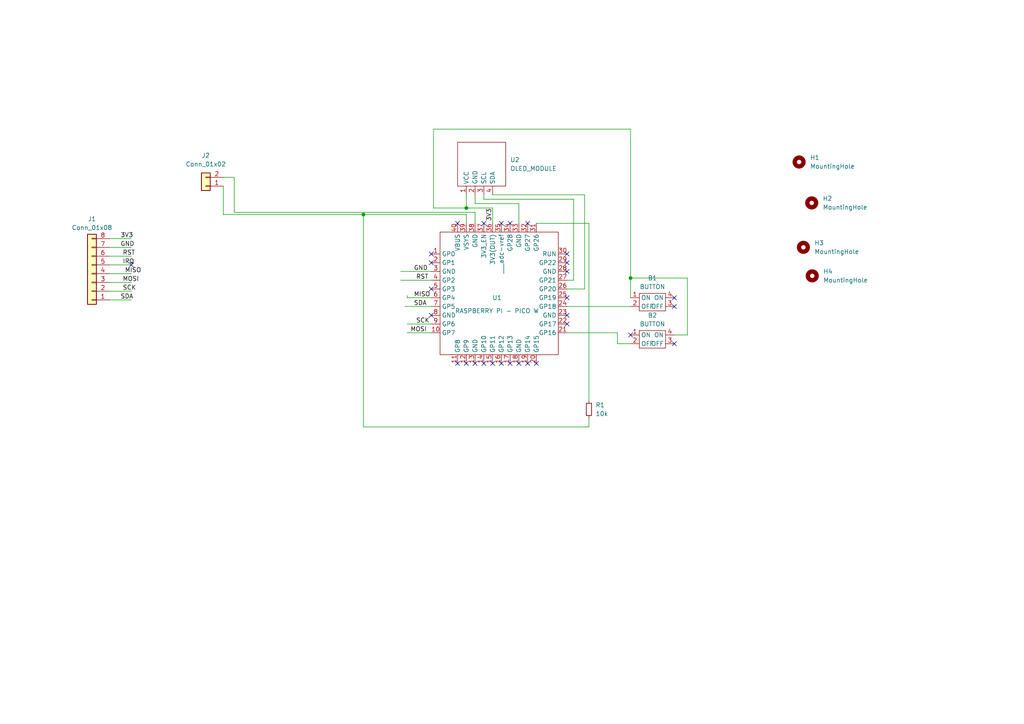
<source format=kicad_sch>
(kicad_sch (version 20230121) (generator eeschema)

  (uuid 64f4925f-f8af-4316-9a6b-25fd3d08f574)

  (paper "A4")

  (lib_symbols
    (symbol "Connector_Generic:Conn_01x02" (pin_names (offset 1.016) hide) (in_bom yes) (on_board yes)
      (property "Reference" "J" (at 0 2.54 0)
        (effects (font (size 1.27 1.27)))
      )
      (property "Value" "Conn_01x02" (at 0 -5.08 0)
        (effects (font (size 1.27 1.27)))
      )
      (property "Footprint" "" (at 0 0 0)
        (effects (font (size 1.27 1.27)) hide)
      )
      (property "Datasheet" "~" (at 0 0 0)
        (effects (font (size 1.27 1.27)) hide)
      )
      (property "ki_keywords" "connector" (at 0 0 0)
        (effects (font (size 1.27 1.27)) hide)
      )
      (property "ki_description" "Generic connector, single row, 01x02, script generated (kicad-library-utils/schlib/autogen/connector/)" (at 0 0 0)
        (effects (font (size 1.27 1.27)) hide)
      )
      (property "ki_fp_filters" "Connector*:*_1x??_*" (at 0 0 0)
        (effects (font (size 1.27 1.27)) hide)
      )
      (symbol "Conn_01x02_1_1"
        (rectangle (start -1.27 -2.413) (end 0 -2.667)
          (stroke (width 0.1524) (type default))
          (fill (type none))
        )
        (rectangle (start -1.27 0.127) (end 0 -0.127)
          (stroke (width 0.1524) (type default))
          (fill (type none))
        )
        (rectangle (start -1.27 1.27) (end 1.27 -3.81)
          (stroke (width 0.254) (type default))
          (fill (type background))
        )
        (pin passive line (at -5.08 0 0) (length 3.81)
          (name "Pin_1" (effects (font (size 1.27 1.27))))
          (number "1" (effects (font (size 1.27 1.27))))
        )
        (pin passive line (at -5.08 -2.54 0) (length 3.81)
          (name "Pin_2" (effects (font (size 1.27 1.27))))
          (number "2" (effects (font (size 1.27 1.27))))
        )
      )
    )
    (symbol "Connector_Generic:Conn_01x08" (pin_names (offset 1.016) hide) (in_bom yes) (on_board yes)
      (property "Reference" "J" (at 0 10.16 0)
        (effects (font (size 1.27 1.27)))
      )
      (property "Value" "Conn_01x08" (at 0 -12.7 0)
        (effects (font (size 1.27 1.27)))
      )
      (property "Footprint" "" (at 0 0 0)
        (effects (font (size 1.27 1.27)) hide)
      )
      (property "Datasheet" "~" (at 0 0 0)
        (effects (font (size 1.27 1.27)) hide)
      )
      (property "ki_keywords" "connector" (at 0 0 0)
        (effects (font (size 1.27 1.27)) hide)
      )
      (property "ki_description" "Generic connector, single row, 01x08, script generated (kicad-library-utils/schlib/autogen/connector/)" (at 0 0 0)
        (effects (font (size 1.27 1.27)) hide)
      )
      (property "ki_fp_filters" "Connector*:*_1x??_*" (at 0 0 0)
        (effects (font (size 1.27 1.27)) hide)
      )
      (symbol "Conn_01x08_1_1"
        (rectangle (start -1.27 -10.033) (end 0 -10.287)
          (stroke (width 0.1524) (type default))
          (fill (type none))
        )
        (rectangle (start -1.27 -7.493) (end 0 -7.747)
          (stroke (width 0.1524) (type default))
          (fill (type none))
        )
        (rectangle (start -1.27 -4.953) (end 0 -5.207)
          (stroke (width 0.1524) (type default))
          (fill (type none))
        )
        (rectangle (start -1.27 -2.413) (end 0 -2.667)
          (stroke (width 0.1524) (type default))
          (fill (type none))
        )
        (rectangle (start -1.27 0.127) (end 0 -0.127)
          (stroke (width 0.1524) (type default))
          (fill (type none))
        )
        (rectangle (start -1.27 2.667) (end 0 2.413)
          (stroke (width 0.1524) (type default))
          (fill (type none))
        )
        (rectangle (start -1.27 5.207) (end 0 4.953)
          (stroke (width 0.1524) (type default))
          (fill (type none))
        )
        (rectangle (start -1.27 7.747) (end 0 7.493)
          (stroke (width 0.1524) (type default))
          (fill (type none))
        )
        (rectangle (start -1.27 8.89) (end 1.27 -11.43)
          (stroke (width 0.254) (type default))
          (fill (type background))
        )
        (pin passive line (at -5.08 7.62 0) (length 3.81)
          (name "Pin_1" (effects (font (size 1.27 1.27))))
          (number "1" (effects (font (size 1.27 1.27))))
        )
        (pin passive line (at -5.08 5.08 0) (length 3.81)
          (name "Pin_2" (effects (font (size 1.27 1.27))))
          (number "2" (effects (font (size 1.27 1.27))))
        )
        (pin passive line (at -5.08 2.54 0) (length 3.81)
          (name "Pin_3" (effects (font (size 1.27 1.27))))
          (number "3" (effects (font (size 1.27 1.27))))
        )
        (pin passive line (at -5.08 0 0) (length 3.81)
          (name "Pin_4" (effects (font (size 1.27 1.27))))
          (number "4" (effects (font (size 1.27 1.27))))
        )
        (pin passive line (at -5.08 -2.54 0) (length 3.81)
          (name "Pin_5" (effects (font (size 1.27 1.27))))
          (number "5" (effects (font (size 1.27 1.27))))
        )
        (pin passive line (at -5.08 -5.08 0) (length 3.81)
          (name "Pin_6" (effects (font (size 1.27 1.27))))
          (number "6" (effects (font (size 1.27 1.27))))
        )
        (pin passive line (at -5.08 -7.62 0) (length 3.81)
          (name "Pin_7" (effects (font (size 1.27 1.27))))
          (number "7" (effects (font (size 1.27 1.27))))
        )
        (pin passive line (at -5.08 -10.16 0) (length 3.81)
          (name "Pin_8" (effects (font (size 1.27 1.27))))
          (number "8" (effects (font (size 1.27 1.27))))
        )
      )
    )
    (symbol "Device:R_Small" (pin_numbers hide) (pin_names (offset 0.254) hide) (in_bom yes) (on_board yes)
      (property "Reference" "R" (at 0.762 0.508 0)
        (effects (font (size 1.27 1.27)) (justify left))
      )
      (property "Value" "R_Small" (at 0.762 -1.016 0)
        (effects (font (size 1.27 1.27)) (justify left))
      )
      (property "Footprint" "" (at 0 0 0)
        (effects (font (size 1.27 1.27)) hide)
      )
      (property "Datasheet" "~" (at 0 0 0)
        (effects (font (size 1.27 1.27)) hide)
      )
      (property "ki_keywords" "R resistor" (at 0 0 0)
        (effects (font (size 1.27 1.27)) hide)
      )
      (property "ki_description" "Resistor, small symbol" (at 0 0 0)
        (effects (font (size 1.27 1.27)) hide)
      )
      (property "ki_fp_filters" "R_*" (at 0 0 0)
        (effects (font (size 1.27 1.27)) hide)
      )
      (symbol "R_Small_0_1"
        (rectangle (start -0.762 1.778) (end 0.762 -1.778)
          (stroke (width 0.2032) (type default))
          (fill (type none))
        )
      )
      (symbol "R_Small_1_1"
        (pin passive line (at 0 2.54 270) (length 0.762)
          (name "~" (effects (font (size 1.27 1.27))))
          (number "1" (effects (font (size 1.27 1.27))))
        )
        (pin passive line (at 0 -2.54 90) (length 0.762)
          (name "~" (effects (font (size 1.27 1.27))))
          (number "2" (effects (font (size 1.27 1.27))))
        )
      )
    )
    (symbol "MFRC522:BUTTON" (in_bom yes) (on_board yes)
      (property "Reference" "B" (at 0 0 0)
        (effects (font (size 1.27 1.27)))
      )
      (property "Value" "BUTTON" (at 2.54 -7.62 0)
        (effects (font (size 1.27 1.27)))
      )
      (property "Footprint" "" (at 0 0 0)
        (effects (font (size 1.27 1.27)) hide)
      )
      (property "Datasheet" "" (at 0 0 0)
        (effects (font (size 1.27 1.27)) hide)
      )
      (symbol "BUTTON_0_1"
        (rectangle (start -1.27 -1.27) (end 6.35 -6.35)
          (stroke (width 0) (type default))
          (fill (type none))
        )
      )
      (symbol "BUTTON_1_1"
        (pin unspecified line (at -3.81 -2.54 0) (length 2.54)
          (name "ON" (effects (font (size 1.27 1.27))))
          (number "1" (effects (font (size 1.27 1.27))))
        )
        (pin unspecified line (at -3.81 -5.08 0) (length 2.54)
          (name "OFF" (effects (font (size 1.27 1.27))))
          (number "2" (effects (font (size 1.27 1.27))))
        )
        (pin unspecified line (at 8.89 -5.08 180) (length 2.54)
          (name "OFF" (effects (font (size 1.27 1.27))))
          (number "3" (effects (font (size 1.27 1.27))))
        )
        (pin unspecified line (at 8.89 -2.54 180) (length 2.54)
          (name "ON" (effects (font (size 1.27 1.27))))
          (number "4" (effects (font (size 1.27 1.27))))
        )
      )
    )
    (symbol "MFRC522:GME 12864-11" (in_bom yes) (on_board yes)
      (property "Reference" "U" (at 0 0 0)
        (effects (font (size 1.27 1.27)))
      )
      (property "Value" "OLED_MODULE" (at 1.27 -16.51 0)
        (effects (font (size 1.27 1.27)))
      )
      (property "Footprint" "" (at 0 0 0)
        (effects (font (size 1.27 1.27)) hide)
      )
      (property "Datasheet" "" (at 0 0 0)
        (effects (font (size 1.27 1.27)) hide)
      )
      (symbol "GME 12864-11_0_1"
        (rectangle (start -5.08 0) (end 7.62 -13.97)
          (stroke (width 0) (type default))
          (fill (type none))
        )
      )
      (symbol "GME 12864-11_1_1"
        (pin unspecified line (at -7.62 -2.54 0) (length 2.54)
          (name "VCC" (effects (font (size 1.27 1.27))))
          (number "1" (effects (font (size 1.27 1.27))))
        )
        (pin unspecified line (at -7.62 -5.08 0) (length 2.54)
          (name "GND" (effects (font (size 1.27 1.27))))
          (number "2" (effects (font (size 1.27 1.27))))
        )
        (pin unspecified line (at -7.62 -7.62 0) (length 2.54)
          (name "SCL" (effects (font (size 1.27 1.27))))
          (number "3" (effects (font (size 1.27 1.27))))
        )
        (pin unspecified line (at -7.62 -10.16 0) (length 2.54)
          (name "SDA" (effects (font (size 1.27 1.27))))
          (number "4" (effects (font (size 1.27 1.27))))
        )
      )
    )
    (symbol "MFRC522:RPi-Pico_W" (in_bom yes) (on_board yes)
      (property "Reference" "U" (at 33.02 7.62 0)
        (effects (font (size 1.27 1.27)))
      )
      (property "Value" "RASPBERRY PI - PICO W" (at 36.83 -33.02 0)
        (effects (font (size 1.27 1.27)))
      )
      (property "Footprint" "Crystal_osc:PICO_W" (at -34.29 6.35 0)
        (effects (font (size 1.27 1.27)) hide)
      )
      (property "Datasheet" "" (at -34.29 6.35 0)
        (effects (font (size 1.27 1.27)) hide)
      )
      (symbol "RPi-Pico_W_0_1"
        (rectangle (start -5.08 6.35) (end 29.21 -29.21)
          (stroke (width 0) (type default))
          (fill (type none))
        )
      )
      (symbol "RPi-Pico_W_1_1"
        (pin unspecified line (at -7.62 0 0) (length 2.54)
          (name "GP0" (effects (font (size 1.27 1.27))))
          (number "1" (effects (font (size 1.27 1.27))))
        )
        (pin unspecified line (at -7.62 -22.86 0) (length 2.54)
          (name "GP7" (effects (font (size 1.27 1.27))))
          (number "10" (effects (font (size 1.27 1.27))))
        )
        (pin unspecified line (at 0 -31.75 90) (length 2.54)
          (name "GP8" (effects (font (size 1.27 1.27))))
          (number "11" (effects (font (size 1.27 1.27))))
        )
        (pin unspecified line (at 2.54 -31.75 90) (length 2.54)
          (name "GP9" (effects (font (size 1.27 1.27))))
          (number "12" (effects (font (size 1.27 1.27))))
        )
        (pin unspecified line (at 5.08 -31.75 90) (length 2.54)
          (name "GND" (effects (font (size 1.27 1.27))))
          (number "13" (effects (font (size 1.27 1.27))))
        )
        (pin unspecified line (at 7.62 -31.75 90) (length 2.54)
          (name "GP10" (effects (font (size 1.27 1.27))))
          (number "14" (effects (font (size 1.27 1.27))))
        )
        (pin unspecified line (at 10.16 -31.75 90) (length 2.54)
          (name "GP11" (effects (font (size 1.27 1.27))))
          (number "15" (effects (font (size 1.27 1.27))))
        )
        (pin unspecified line (at 12.7 -31.75 90) (length 2.54)
          (name "GP12" (effects (font (size 1.27 1.27))))
          (number "16" (effects (font (size 1.27 1.27))))
        )
        (pin unspecified line (at 15.24 -31.75 90) (length 2.54)
          (name "GP13" (effects (font (size 1.27 1.27))))
          (number "17" (effects (font (size 1.27 1.27))))
        )
        (pin unspecified line (at 17.78 -31.75 90) (length 2.54)
          (name "GND" (effects (font (size 1.27 1.27))))
          (number "18" (effects (font (size 1.27 1.27))))
        )
        (pin unspecified line (at 20.32 -31.75 90) (length 2.54)
          (name "GP14" (effects (font (size 1.27 1.27))))
          (number "19" (effects (font (size 1.27 1.27))))
        )
        (pin unspecified line (at -7.62 -2.54 0) (length 2.54)
          (name "GP1" (effects (font (size 1.27 1.27))))
          (number "2" (effects (font (size 1.27 1.27))))
        )
        (pin unspecified line (at 22.86 -31.75 90) (length 2.54)
          (name "GP15" (effects (font (size 1.27 1.27))))
          (number "20" (effects (font (size 1.27 1.27))))
        )
        (pin unspecified line (at 31.75 -22.86 180) (length 2.54)
          (name "GP16" (effects (font (size 1.27 1.27))))
          (number "21" (effects (font (size 1.27 1.27))))
        )
        (pin unspecified line (at 31.75 -20.32 180) (length 2.54)
          (name "GP17" (effects (font (size 1.27 1.27))))
          (number "22" (effects (font (size 1.27 1.27))))
        )
        (pin unspecified line (at 31.75 -17.78 180) (length 2.54)
          (name "GND" (effects (font (size 1.27 1.27))))
          (number "23" (effects (font (size 1.27 1.27))))
        )
        (pin unspecified line (at 31.75 -15.24 180) (length 2.54)
          (name "GP18" (effects (font (size 1.27 1.27))))
          (number "24" (effects (font (size 1.27 1.27))))
        )
        (pin unspecified line (at 31.75 -12.7 180) (length 2.54)
          (name "GP19" (effects (font (size 1.27 1.27))))
          (number "25" (effects (font (size 1.27 1.27))))
        )
        (pin unspecified line (at 31.75 -10.16 180) (length 2.54)
          (name "GP20" (effects (font (size 1.27 1.27))))
          (number "26" (effects (font (size 1.27 1.27))))
        )
        (pin unspecified line (at 31.75 -7.62 180) (length 2.54)
          (name "GP21" (effects (font (size 1.27 1.27))))
          (number "27" (effects (font (size 1.27 1.27))))
        )
        (pin unspecified line (at 31.75 -5.08 180) (length 2.54)
          (name "GND" (effects (font (size 1.27 1.27))))
          (number "28" (effects (font (size 1.27 1.27))))
        )
        (pin unspecified line (at 31.75 -2.54 180) (length 2.54)
          (name "GP22" (effects (font (size 1.27 1.27))))
          (number "29" (effects (font (size 1.27 1.27))))
        )
        (pin unspecified line (at -7.62 -5.08 0) (length 2.54)
          (name "GND" (effects (font (size 1.27 1.27))))
          (number "3" (effects (font (size 1.27 1.27))))
        )
        (pin unspecified line (at 31.75 0 180) (length 2.54)
          (name "RUN" (effects (font (size 1.27 1.27))))
          (number "30" (effects (font (size 1.27 1.27))))
        )
        (pin unspecified line (at 22.86 8.89 270) (length 2.54)
          (name "GP26" (effects (font (size 1.27 1.27))))
          (number "31" (effects (font (size 1.27 1.27))))
        )
        (pin unspecified line (at 20.32 8.89 270) (length 2.54)
          (name "GP27" (effects (font (size 1.27 1.27))))
          (number "32" (effects (font (size 1.27 1.27))))
        )
        (pin unspecified line (at 17.78 8.89 270) (length 2.54)
          (name "GND" (effects (font (size 1.27 1.27))))
          (number "33" (effects (font (size 1.27 1.27))))
        )
        (pin unspecified line (at 15.24 8.89 270) (length 2.54)
          (name "GP28" (effects (font (size 1.27 1.27))))
          (number "34" (effects (font (size 1.27 1.27))))
        )
        (pin unspecified line (at 12.7 8.89 270) (length 2.54)
          (name "___adc-vref" (effects (font (size 1.27 1.27))))
          (number "35" (effects (font (size 1.27 1.27))))
        )
        (pin unspecified line (at 10.16 8.89 270) (length 2.54)
          (name "3V3(OUT)" (effects (font (size 1.27 1.27))))
          (number "36" (effects (font (size 1.27 1.27))))
        )
        (pin unspecified line (at 7.62 8.89 270) (length 2.54)
          (name "3V3_EN" (effects (font (size 1.27 1.27))))
          (number "37" (effects (font (size 1.27 1.27))))
        )
        (pin unspecified line (at 5.08 8.89 270) (length 2.54)
          (name "GND" (effects (font (size 1.27 1.27))))
          (number "38" (effects (font (size 1.27 1.27))))
        )
        (pin unspecified line (at 2.54 8.89 270) (length 2.54)
          (name "VSYS" (effects (font (size 1.27 1.27))))
          (number "39" (effects (font (size 1.27 1.27))))
        )
        (pin unspecified line (at -7.62 -7.62 0) (length 2.54)
          (name "GP2" (effects (font (size 1.27 1.27))))
          (number "4" (effects (font (size 1.27 1.27))))
        )
        (pin unspecified line (at 0 8.89 270) (length 2.54)
          (name "VBUS" (effects (font (size 1.27 1.27))))
          (number "40" (effects (font (size 1.27 1.27))))
        )
        (pin unspecified line (at -7.62 -10.16 0) (length 2.54)
          (name "GP3" (effects (font (size 1.27 1.27))))
          (number "5" (effects (font (size 1.27 1.27))))
        )
        (pin unspecified line (at -7.62 -12.7 0) (length 2.54)
          (name "GP4" (effects (font (size 1.27 1.27))))
          (number "6" (effects (font (size 1.27 1.27))))
        )
        (pin unspecified line (at -7.62 -15.24 0) (length 2.54)
          (name "GP5" (effects (font (size 1.27 1.27))))
          (number "7" (effects (font (size 1.27 1.27))))
        )
        (pin unspecified line (at -7.62 -17.78 0) (length 2.54)
          (name "GND" (effects (font (size 1.27 1.27))))
          (number "8" (effects (font (size 1.27 1.27))))
        )
        (pin unspecified line (at -7.62 -20.32 0) (length 2.54)
          (name "GP6" (effects (font (size 1.27 1.27))))
          (number "9" (effects (font (size 1.27 1.27))))
        )
      )
    )
    (symbol "Mechanical:MountingHole" (pin_names (offset 1.016)) (in_bom yes) (on_board yes)
      (property "Reference" "H" (at 0 5.08 0)
        (effects (font (size 1.27 1.27)))
      )
      (property "Value" "MountingHole" (at 0 3.175 0)
        (effects (font (size 1.27 1.27)))
      )
      (property "Footprint" "" (at 0 0 0)
        (effects (font (size 1.27 1.27)) hide)
      )
      (property "Datasheet" "~" (at 0 0 0)
        (effects (font (size 1.27 1.27)) hide)
      )
      (property "ki_keywords" "mounting hole" (at 0 0 0)
        (effects (font (size 1.27 1.27)) hide)
      )
      (property "ki_description" "Mounting Hole without connection" (at 0 0 0)
        (effects (font (size 1.27 1.27)) hide)
      )
      (property "ki_fp_filters" "MountingHole*" (at 0 0 0)
        (effects (font (size 1.27 1.27)) hide)
      )
      (symbol "MountingHole_0_1"
        (circle (center 0 0) (radius 1.27)
          (stroke (width 1.27) (type default))
          (fill (type none))
        )
      )
    )
  )

  (junction (at 105.41 62.23) (diameter 0) (color 0 0 0 0)
    (uuid 32563bc1-036d-40f4-b89a-932d38ac1f60)
  )
  (junction (at 135.255 60.325) (diameter 0) (color 0 0 0 0)
    (uuid 7081aed7-6bcf-420b-a446-04c1ad11aaba)
  )
  (junction (at 182.88 80.645) (diameter 0) (color 0 0 0 0)
    (uuid c5284251-3d4e-4f6c-a96e-bd7b4269c64f)
  )

  (no_connect (at 147.955 64.77) (uuid 06ef6fd6-2613-4687-93bf-d850a17654bb))
  (no_connect (at 153.035 64.77) (uuid 087b9e5d-4289-4980-ba14-70bc6396988d))
  (no_connect (at 164.465 76.2) (uuid 130c72c4-b72f-4817-9916-50359b6ce3b2))
  (no_connect (at 142.875 105.41) (uuid 1b8b7fd6-9d3b-45a9-bfc8-b1c0148f3555))
  (no_connect (at 140.335 105.41) (uuid 208679d5-567d-4f3a-a5a3-63848d865f98))
  (no_connect (at 150.495 105.41) (uuid 22a19e45-ef0c-439d-a9b0-f3cdc27f1fa9))
  (no_connect (at 164.465 86.36) (uuid 244e69f9-b441-434b-94e6-6973072d8b3e))
  (no_connect (at 125.095 73.66) (uuid 2550b76f-51c3-4001-9c23-e1dfcb4e8235))
  (no_connect (at 164.465 93.98) (uuid 3745a718-1269-4197-b940-5461c9590cbd))
  (no_connect (at 125.095 91.44) (uuid 4c3fe453-2984-4b0c-9ca4-29f47bb3aa42))
  (no_connect (at 147.955 105.41) (uuid 553e8eae-28ee-4c7e-90db-ec7f8ec02ba0))
  (no_connect (at 164.465 73.66) (uuid 62c4b92b-6d71-4ac0-a8e6-f9b27a1ae23a))
  (no_connect (at 132.715 105.41) (uuid 677533fd-af06-4b40-9d07-d32dc1decefd))
  (no_connect (at 164.465 91.44) (uuid 912a8098-b930-4430-b776-26da36f22d56))
  (no_connect (at 182.88 97.155) (uuid 92703606-a532-4588-9ec7-03981308452e))
  (no_connect (at 135.255 105.41) (uuid 9a0dd2b6-e9f2-4716-ba49-baeb051c7688))
  (no_connect (at 155.575 105.41) (uuid 9d5b58a2-add3-4f85-b004-b1f8a86bdf3c))
  (no_connect (at 125.095 83.82) (uuid a57f53d4-c635-4d92-9c51-f4f81c0303be))
  (no_connect (at 195.58 99.695) (uuid ad56de4b-d101-422f-a852-32a9ff61d5e7))
  (no_connect (at 195.58 88.9) (uuid b5ff329e-7e65-4722-bf88-a4be8d71b618))
  (no_connect (at 125.095 76.2) (uuid cc1897cb-017d-49fb-adb2-04e7570b2d69))
  (no_connect (at 132.715 64.77) (uuid cc3abc9d-a9f8-4e1b-97d1-5550c5178247))
  (no_connect (at 164.465 78.74) (uuid d3017536-b057-497b-9ea1-91e5877ad77f))
  (no_connect (at 140.335 64.77) (uuid d4d03cd0-9eb5-489f-954f-40fc0e9907ca))
  (no_connect (at 38.1 76.835) (uuid d5ad88b6-8f42-45e6-96a6-4b27aa44cc8e))
  (no_connect (at 137.795 105.41) (uuid dd1f1358-afcd-43ce-bedd-f6fec4d6ecfe))
  (no_connect (at 145.415 105.41) (uuid debaa286-c49a-46f3-ab6e-ad23005a7456))
  (no_connect (at 153.035 105.41) (uuid ed16e93d-631b-417e-9fd6-2e599f638ed3))
  (no_connect (at 195.58 86.36) (uuid f86cd728-0a87-437a-83ec-2d9cc371ea00))
  (no_connect (at 145.415 64.77) (uuid f8a8c29f-4a39-4ffa-a0d9-b271f5d2808a))

  (wire (pts (xy 67.945 51.435) (xy 67.945 61.595))
    (stroke (width 0) (type default))
    (uuid 022ad273-5103-4417-b624-a02a51e5cdf7)
  )
  (wire (pts (xy 64.77 62.23) (xy 64.77 53.975))
    (stroke (width 0) (type default))
    (uuid 043c2094-e190-4675-bc60-fb4262b8929c)
  )
  (wire (pts (xy 31.75 71.755) (xy 38.1 71.755))
    (stroke (width 0) (type default))
    (uuid 0441c8c9-4b24-451d-b9b0-9558650911f1)
  )
  (wire (pts (xy 164.465 96.52) (xy 179.07 96.52))
    (stroke (width 0) (type default))
    (uuid 0bf40d60-9376-445c-9cd5-40e78d25f3f3)
  )
  (wire (pts (xy 118.11 85.725) (xy 118.11 86.36))
    (stroke (width 0) (type default))
    (uuid 0c04878d-bd2c-4ec9-ae36-8e203bcee056)
  )
  (wire (pts (xy 31.75 84.455) (xy 38.1 84.455))
    (stroke (width 0) (type default))
    (uuid 137f0a37-c3a3-4412-89ea-28581eaed764)
  )
  (wire (pts (xy 182.88 37.465) (xy 125.73 37.465))
    (stroke (width 0) (type default))
    (uuid 14e6ab79-9067-4189-9317-864189746f0e)
  )
  (wire (pts (xy 118.11 93.98) (xy 125.095 93.98))
    (stroke (width 0) (type default))
    (uuid 1b79d267-dba2-4f64-ad34-9d93836802e6)
  )
  (wire (pts (xy 179.07 99.695) (xy 182.88 99.695))
    (stroke (width 0) (type default))
    (uuid 24845789-5840-4b54-8a51-202d23b82b2e)
  )
  (wire (pts (xy 166.37 57.785) (xy 166.37 81.28))
    (stroke (width 0) (type default))
    (uuid 37318889-cb65-499d-8200-48899f045483)
  )
  (wire (pts (xy 105.41 62.23) (xy 105.41 123.825))
    (stroke (width 0) (type default))
    (uuid 37a2b6cb-0c72-48eb-bee4-ad03562acefa)
  )
  (wire (pts (xy 170.815 64.77) (xy 170.815 116.205))
    (stroke (width 0) (type default))
    (uuid 42098457-ad87-44ae-9269-01a5cae3ced9)
  )
  (wire (pts (xy 31.75 86.995) (xy 38.1 86.995))
    (stroke (width 0) (type default))
    (uuid 44c77f07-7c8c-4a90-bc33-64e7492cb14a)
  )
  (wire (pts (xy 105.41 123.825) (xy 170.815 123.825))
    (stroke (width 0) (type default))
    (uuid 480814bb-100b-4fca-97f8-c32d022751af)
  )
  (wire (pts (xy 164.465 88.9) (xy 182.88 88.9))
    (stroke (width 0) (type default))
    (uuid 4f8b10ac-d6a0-49b5-952e-0f6ef7c2475d)
  )
  (wire (pts (xy 140.335 56.515) (xy 140.335 57.785))
    (stroke (width 0) (type default))
    (uuid 516afd07-5466-45f2-83d5-9cd7d848bc67)
  )
  (wire (pts (xy 182.88 80.645) (xy 182.88 86.36))
    (stroke (width 0) (type default))
    (uuid 5344c2aa-8c0c-4cf3-9897-9b271d6ddbae)
  )
  (wire (pts (xy 31.75 69.215) (xy 38.1 69.215))
    (stroke (width 0) (type default))
    (uuid 571bc894-781c-468a-ad90-97ae5b6b398c)
  )
  (wire (pts (xy 182.88 37.465) (xy 182.88 80.645))
    (stroke (width 0) (type default))
    (uuid 597cf98e-f512-4a03-b007-157eb4d5ba6c)
  )
  (wire (pts (xy 179.07 96.52) (xy 179.07 99.695))
    (stroke (width 0) (type default))
    (uuid 641036df-45d2-47bd-a08f-8e1ab2a89b22)
  )
  (wire (pts (xy 142.875 60.325) (xy 135.255 60.325))
    (stroke (width 0) (type default))
    (uuid 6a37e033-48a7-4a4e-880d-6802f719248f)
  )
  (wire (pts (xy 166.37 81.28) (xy 164.465 81.28))
    (stroke (width 0) (type default))
    (uuid 6fc840f0-af87-4a20-bbdd-7aa616d352c0)
  )
  (wire (pts (xy 137.795 59.055) (xy 150.495 59.055))
    (stroke (width 0) (type default))
    (uuid 7298d46f-e1bb-45cb-a941-61fbdf103ff9)
  )
  (wire (pts (xy 169.545 56.515) (xy 169.545 83.82))
    (stroke (width 0) (type default))
    (uuid 7492f4c0-6cd0-4717-b3b3-3a75139e4373)
  )
  (wire (pts (xy 150.495 59.055) (xy 150.495 64.77))
    (stroke (width 0) (type default))
    (uuid 77abd377-f955-45a9-999c-ef87834094af)
  )
  (wire (pts (xy 64.77 62.23) (xy 105.41 62.23))
    (stroke (width 0) (type default))
    (uuid 79e54ff5-c305-4383-9e8f-8cc1a58c7eb9)
  )
  (wire (pts (xy 31.75 74.295) (xy 38.1 74.295))
    (stroke (width 0) (type default))
    (uuid 7a382441-ad2a-4915-94a0-3f8aa8f0b691)
  )
  (wire (pts (xy 169.545 83.82) (xy 164.465 83.82))
    (stroke (width 0) (type default))
    (uuid 8072faab-82e3-452f-b032-705e190162bc)
  )
  (wire (pts (xy 117.475 88.9) (xy 125.095 88.9))
    (stroke (width 0) (type default))
    (uuid 856f9c25-e48f-4851-91a1-fa7a56781ab1)
  )
  (wire (pts (xy 155.575 64.77) (xy 170.815 64.77))
    (stroke (width 0) (type default))
    (uuid 85f117fc-93e2-4cff-9e05-53ea5f123ff2)
  )
  (wire (pts (xy 195.58 97.155) (xy 199.39 97.155))
    (stroke (width 0) (type default))
    (uuid 86b0b898-476e-410c-8851-48667d57e75d)
  )
  (wire (pts (xy 135.255 60.325) (xy 135.255 56.515))
    (stroke (width 0) (type default))
    (uuid 881be9b3-2fd8-4733-8712-8c29e5ad5b60)
  )
  (wire (pts (xy 182.88 80.645) (xy 199.39 80.645))
    (stroke (width 0) (type default))
    (uuid 88c7f46c-adac-4785-a9af-6905d7ed9cba)
  )
  (wire (pts (xy 125.73 60.325) (xy 135.255 60.325))
    (stroke (width 0) (type default))
    (uuid 94ad698c-f2f8-42da-80d9-7f9991ecab0a)
  )
  (wire (pts (xy 125.73 37.465) (xy 125.73 60.325))
    (stroke (width 0) (type default))
    (uuid 94f81903-80e7-42b2-93d5-c98f235533c0)
  )
  (wire (pts (xy 31.75 79.375) (xy 38.1 79.375))
    (stroke (width 0) (type default))
    (uuid 95ec6cbe-2863-4074-9626-8acc3bb1457e)
  )
  (wire (pts (xy 140.335 57.785) (xy 166.37 57.785))
    (stroke (width 0) (type default))
    (uuid 98a6d19b-2eef-439e-a1f1-a0327608d852)
  )
  (wire (pts (xy 105.41 62.23) (xy 135.255 62.23))
    (stroke (width 0) (type default))
    (uuid a3b9458f-81d9-4d36-8e4e-ad6cbcf3c415)
  )
  (wire (pts (xy 137.795 61.595) (xy 67.945 61.595))
    (stroke (width 0) (type default))
    (uuid a8c6f095-aede-4d47-a09e-2357760fcf5b)
  )
  (wire (pts (xy 67.945 51.435) (xy 64.77 51.435))
    (stroke (width 0) (type default))
    (uuid b66ca757-ee99-434c-a9e9-2e486aa23ebc)
  )
  (wire (pts (xy 142.875 64.77) (xy 142.875 60.325))
    (stroke (width 0) (type default))
    (uuid bae86bbc-bfa0-4df1-985f-2a57fb1820ca)
  )
  (wire (pts (xy 137.795 56.515) (xy 137.795 59.055))
    (stroke (width 0) (type default))
    (uuid c2505f02-7472-4b6b-bfb1-0a74932c6785)
  )
  (wire (pts (xy 137.795 64.77) (xy 137.795 61.595))
    (stroke (width 0) (type default))
    (uuid c2b4078f-7dc0-423b-9c58-2b6cd14c4eb4)
  )
  (wire (pts (xy 142.875 56.515) (xy 169.545 56.515))
    (stroke (width 0) (type default))
    (uuid c5e5a03e-f15a-4c85-bf82-af1c54d91e84)
  )
  (wire (pts (xy 125.095 86.36) (xy 118.11 86.36))
    (stroke (width 0) (type default))
    (uuid cfd538e2-d0ab-4c39-b34d-e3a28dea8e3a)
  )
  (wire (pts (xy 31.75 81.915) (xy 38.1 81.915))
    (stroke (width 0) (type default))
    (uuid d32b2312-513a-41b1-9c8e-fccf72f5db0f)
  )
  (wire (pts (xy 118.11 96.52) (xy 125.095 96.52))
    (stroke (width 0) (type default))
    (uuid d4fc9fb8-3c59-4b44-a355-73bb75c2030d)
  )
  (wire (pts (xy 116.205 78.74) (xy 125.095 78.74))
    (stroke (width 0) (type default))
    (uuid db1f4685-d593-4ef3-9f8a-4b3a46c1108f)
  )
  (wire (pts (xy 170.815 123.825) (xy 170.815 121.285))
    (stroke (width 0) (type default))
    (uuid e2833bdb-6513-4065-b572-0cac1b729f00)
  )
  (wire (pts (xy 199.39 80.645) (xy 199.39 97.155))
    (stroke (width 0) (type default))
    (uuid e3e8a1fa-4b8a-4c20-9e1f-7b7609b133d0)
  )
  (wire (pts (xy 135.255 64.77) (xy 135.255 62.23))
    (stroke (width 0) (type default))
    (uuid e543cce1-aed8-4de2-ba4c-4614c53ab30f)
  )
  (wire (pts (xy 31.75 76.835) (xy 38.1 76.835))
    (stroke (width 0) (type default))
    (uuid f5343f72-d984-4f3f-992a-ab0b28a88d11)
  )
  (wire (pts (xy 116.205 81.28) (xy 125.095 81.28))
    (stroke (width 0) (type default))
    (uuid f702efbe-1d32-4392-b21e-9922721e48e8)
  )

  (label "MISO" (at 36.195 79.375 0) (fields_autoplaced)
    (effects (font (size 1.27 1.27)) (justify left bottom))
    (uuid 3b596dc2-d85a-4e9a-9a57-0fd0c5acdc19)
  )
  (label "MOSI" (at 35.56 81.915 0) (fields_autoplaced)
    (effects (font (size 1.27 1.27)) (justify left bottom))
    (uuid 3be407f1-f006-4d12-bfe0-cec996f60859)
  )
  (label "RST" (at 35.56 74.295 0) (fields_autoplaced)
    (effects (font (size 1.27 1.27)) (justify left bottom))
    (uuid 4605aa8e-67e8-4b2f-86ad-185bcad30a07)
  )
  (label "SDA" (at 34.925 86.995 0) (fields_autoplaced)
    (effects (font (size 1.27 1.27)) (justify left bottom))
    (uuid 5294d0aa-a017-4496-bb10-47e7076f641f)
  )
  (label "IRQ" (at 35.56 76.835 0) (fields_autoplaced)
    (effects (font (size 1.27 1.27)) (justify left bottom))
    (uuid 61d9ecdf-90c4-488b-b531-4713bc666604)
  )
  (label "SDA" (at 120.015 88.9 0) (fields_autoplaced)
    (effects (font (size 1.27 1.27)) (justify left bottom))
    (uuid 69accec9-6c29-4692-9093-5654267a1f99)
  )
  (label "3V3" (at 142.875 64.135 90) (fields_autoplaced)
    (effects (font (size 1.27 1.27)) (justify left bottom))
    (uuid 71532d59-1c13-439b-9cba-294e332ceab6)
  )
  (label "RST" (at 120.65 81.28 0) (fields_autoplaced)
    (effects (font (size 1.27 1.27)) (justify left bottom))
    (uuid 85e3c8bc-f2e5-49c9-9df9-cd7993e7339f)
  )
  (label "SCK" (at 120.65 93.98 0) (fields_autoplaced)
    (effects (font (size 1.27 1.27)) (justify left bottom))
    (uuid 8bd2e8ac-41eb-4eb5-99c5-7108896cd35e)
  )
  (label "MOSI" (at 123.825 96.52 180) (fields_autoplaced)
    (effects (font (size 1.27 1.27)) (justify right bottom))
    (uuid 9398154f-ad6d-43aa-bb0f-c96c9e1c2ff0)
  )
  (label "GND" (at 34.925 71.755 0) (fields_autoplaced)
    (effects (font (size 1.27 1.27)) (justify left bottom))
    (uuid addde930-3a04-467b-965e-11e9b54fb8f9)
  )
  (label "GND" (at 120.015 78.74 0) (fields_autoplaced)
    (effects (font (size 1.27 1.27)) (justify left bottom))
    (uuid bb50354f-7611-4335-80a5-1d06f905943f)
  )
  (label "3V3" (at 34.925 69.215 0) (fields_autoplaced)
    (effects (font (size 1.27 1.27)) (justify left bottom))
    (uuid caca22ad-bf2a-4f69-8b6a-e18a8f33d532)
  )
  (label "SCK" (at 35.56 84.455 0) (fields_autoplaced)
    (effects (font (size 1.27 1.27)) (justify left bottom))
    (uuid f5306ffb-d4f0-4eb0-afa3-e9bb8f90a2c1)
  )
  (label "MISO" (at 120.015 86.36 0) (fields_autoplaced)
    (effects (font (size 1.27 1.27)) (justify left bottom))
    (uuid fad63bca-63e5-485c-b32f-f384ec73da47)
  )

  (symbol (lib_id "Mechanical:MountingHole") (at 231.775 46.99 0) (unit 1)
    (in_bom yes) (on_board yes) (dnp no) (fields_autoplaced)
    (uuid 0daa8187-28e1-47fa-906e-a038169c7b73)
    (property "Reference" "H1" (at 234.95 45.72 0)
      (effects (font (size 1.27 1.27)) (justify left))
    )
    (property "Value" "MountingHole" (at 234.95 48.26 0)
      (effects (font (size 1.27 1.27)) (justify left))
    )
    (property "Footprint" "MountingHole:MountingHole_3mm" (at 231.775 46.99 0)
      (effects (font (size 1.27 1.27)) hide)
    )
    (property "Datasheet" "~" (at 231.775 46.99 0)
      (effects (font (size 1.27 1.27)) hide)
    )
    (instances
      (project "TopSide_PCB"
        (path "/64f4925f-f8af-4316-9a6b-25fd3d08f574"
          (reference "H1") (unit 1)
        )
      )
    )
  )

  (symbol (lib_id "MFRC522:GME 12864-11") (at 132.715 48.895 90) (unit 1)
    (in_bom yes) (on_board yes) (dnp no) (fields_autoplaced)
    (uuid 3b941170-5575-4e4f-8c78-adb34e81d52b)
    (property "Reference" "U2" (at 147.955 46.355 90)
      (effects (font (size 1.27 1.27)) (justify right))
    )
    (property "Value" "OLED_MODULE" (at 147.955 48.895 90)
      (effects (font (size 1.27 1.27)) (justify right))
    )
    (property "Footprint" "Connector_PinHeader_2.54mm:PinHeader_1x04_P2.54mm_Vertical" (at 132.715 48.895 0)
      (effects (font (size 1.27 1.27)) hide)
    )
    (property "Datasheet" "" (at 132.715 48.895 0)
      (effects (font (size 1.27 1.27)) hide)
    )
    (pin "4" (uuid 5f3e1824-82e4-4928-8e0e-377b1ceee7b2))
    (pin "2" (uuid 80740dfc-5500-4b6c-aa97-519ffeaae965))
    (pin "1" (uuid fcd26dfb-1abb-42e7-be07-3754064fa11f))
    (pin "3" (uuid 0696a4d3-bd1e-4507-8d18-f6e2fe0c141c))
    (instances
      (project "TopSide_PCB"
        (path "/64f4925f-f8af-4316-9a6b-25fd3d08f574"
          (reference "U2") (unit 1)
        )
      )
    )
  )

  (symbol (lib_id "Connector_Generic:Conn_01x08") (at 26.67 79.375 180) (unit 1)
    (in_bom yes) (on_board yes) (dnp no) (fields_autoplaced)
    (uuid 4cedf55b-d49d-4a8d-a4f6-dffb0435a512)
    (property "Reference" "J1" (at 26.67 63.5 0)
      (effects (font (size 1.27 1.27)))
    )
    (property "Value" "Conn_01x08" (at 26.67 66.04 0)
      (effects (font (size 1.27 1.27)))
    )
    (property "Footprint" "Connector_PinHeader_2.54mm:PinHeader_1x08_P2.54mm_Horizontal" (at 26.67 79.375 0)
      (effects (font (size 1.27 1.27)) hide)
    )
    (property "Datasheet" "~" (at 26.67 79.375 0)
      (effects (font (size 1.27 1.27)) hide)
    )
    (pin "5" (uuid 045e28cb-8648-4933-80d7-fbd808669824))
    (pin "6" (uuid 55200d72-3d10-4b26-9908-af9c42f4cc8d))
    (pin "2" (uuid 954a03e3-5e30-46b0-897d-a204d1f12791))
    (pin "8" (uuid 4dce28a8-1837-43cf-8cbb-1674d522df7f))
    (pin "1" (uuid 7bbfa73d-693f-4457-b451-58faea3a7c0c))
    (pin "4" (uuid eedaf7d1-42b8-49dc-ad67-71e7f15612a9))
    (pin "7" (uuid 4dcdf9c5-e7e4-40cf-b8a5-6a0e251f6074))
    (pin "3" (uuid 12053f8d-494e-451f-905e-17089c7e33bc))
    (instances
      (project "TopSide_PCB"
        (path "/64f4925f-f8af-4316-9a6b-25fd3d08f574"
          (reference "J1") (unit 1)
        )
      )
    )
  )

  (symbol (lib_id "MFRC522:BUTTON") (at 186.69 94.615 0) (unit 1)
    (in_bom yes) (on_board yes) (dnp no) (fields_autoplaced)
    (uuid 5cae30bf-86d4-47ba-9397-95f4a2a27a8b)
    (property "Reference" "B2" (at 189.23 91.44 0)
      (effects (font (size 1.27 1.27)))
    )
    (property "Value" "BUTTON" (at 189.23 93.98 0)
      (effects (font (size 1.27 1.27)))
    )
    (property "Footprint" "Crystal_osc:Button" (at 186.69 94.615 0)
      (effects (font (size 1.27 1.27)) hide)
    )
    (property "Datasheet" "" (at 186.69 94.615 0)
      (effects (font (size 1.27 1.27)) hide)
    )
    (pin "1" (uuid 928662cd-6ba5-40f6-a5b1-2853e475b95d))
    (pin "2" (uuid 226cae2f-698b-411e-abff-2f0ec082ff05))
    (pin "3" (uuid 5261ef92-6716-4d2e-a1fd-07dc3a14cb90))
    (pin "4" (uuid 5e35e65f-90c9-4595-9d97-188ec16404c7))
    (instances
      (project "TopSide_PCB"
        (path "/64f4925f-f8af-4316-9a6b-25fd3d08f574"
          (reference "B2") (unit 1)
        )
      )
    )
  )

  (symbol (lib_id "Mechanical:MountingHole") (at 235.585 80.01 0) (unit 1)
    (in_bom yes) (on_board yes) (dnp no) (fields_autoplaced)
    (uuid 6648ea31-9160-4880-8da6-25316afba1d9)
    (property "Reference" "H4" (at 238.76 78.74 0)
      (effects (font (size 1.27 1.27)) (justify left))
    )
    (property "Value" "MountingHole" (at 238.76 81.28 0)
      (effects (font (size 1.27 1.27)) (justify left))
    )
    (property "Footprint" "MountingHole:MountingHole_3mm" (at 235.585 80.01 0)
      (effects (font (size 1.27 1.27)) hide)
    )
    (property "Datasheet" "~" (at 235.585 80.01 0)
      (effects (font (size 1.27 1.27)) hide)
    )
    (instances
      (project "TopSide_PCB"
        (path "/64f4925f-f8af-4316-9a6b-25fd3d08f574"
          (reference "H4") (unit 1)
        )
      )
    )
  )

  (symbol (lib_id "Connector_Generic:Conn_01x02") (at 59.69 53.975 180) (unit 1)
    (in_bom yes) (on_board yes) (dnp no) (fields_autoplaced)
    (uuid 9d9e3b74-5ea7-4ca7-a99b-aaab2eeaf0e2)
    (property "Reference" "J2" (at 59.69 45.085 0)
      (effects (font (size 1.27 1.27)))
    )
    (property "Value" "Conn_01x02" (at 59.69 47.625 0)
      (effects (font (size 1.27 1.27)))
    )
    (property "Footprint" "Connector_PinHeader_2.54mm:PinHeader_1x02_P2.54mm_Horizontal" (at 59.69 53.975 0)
      (effects (font (size 1.27 1.27)) hide)
    )
    (property "Datasheet" "~" (at 59.69 53.975 0)
      (effects (font (size 1.27 1.27)) hide)
    )
    (pin "2" (uuid 3f7f3c23-1a53-43c0-9aa3-bc942afe6939))
    (pin "1" (uuid 51a7c0ef-67ce-4c71-ac6c-b70d08472381))
    (instances
      (project "TopSide_PCB"
        (path "/64f4925f-f8af-4316-9a6b-25fd3d08f574"
          (reference "J2") (unit 1)
        )
      )
    )
  )

  (symbol (lib_id "Mechanical:MountingHole") (at 235.4347 58.8536 0) (unit 1)
    (in_bom yes) (on_board yes) (dnp no) (fields_autoplaced)
    (uuid bf024e84-ddea-49d0-81d4-610efdcac27e)
    (property "Reference" "H2" (at 238.6097 57.5836 0)
      (effects (font (size 1.27 1.27)) (justify left))
    )
    (property "Value" "MountingHole" (at 238.6097 60.1236 0)
      (effects (font (size 1.27 1.27)) (justify left))
    )
    (property "Footprint" "MountingHole:MountingHole_3mm" (at 235.4347 58.8536 0)
      (effects (font (size 1.27 1.27)) hide)
    )
    (property "Datasheet" "~" (at 235.4347 58.8536 0)
      (effects (font (size 1.27 1.27)) hide)
    )
    (instances
      (project "TopSide_PCB"
        (path "/64f4925f-f8af-4316-9a6b-25fd3d08f574"
          (reference "H2") (unit 1)
        )
      )
    )
  )

  (symbol (lib_id "Mechanical:MountingHole") (at 233.0199 71.7326 0) (unit 1)
    (in_bom yes) (on_board yes) (dnp no) (fields_autoplaced)
    (uuid c79e3684-6049-4106-8fcf-73e1f1502a72)
    (property "Reference" "H3" (at 236.1949 70.4626 0)
      (effects (font (size 1.27 1.27)) (justify left))
    )
    (property "Value" "MountingHole" (at 236.1949 73.0026 0)
      (effects (font (size 1.27 1.27)) (justify left))
    )
    (property "Footprint" "MountingHole:MountingHole_3mm" (at 233.0199 71.7326 0)
      (effects (font (size 1.27 1.27)) hide)
    )
    (property "Datasheet" "~" (at 233.0199 71.7326 0)
      (effects (font (size 1.27 1.27)) hide)
    )
    (instances
      (project "TopSide_PCB"
        (path "/64f4925f-f8af-4316-9a6b-25fd3d08f574"
          (reference "H3") (unit 1)
        )
      )
    )
  )

  (symbol (lib_id "Device:R_Small") (at 170.815 118.745 0) (unit 1)
    (in_bom yes) (on_board yes) (dnp no) (fields_autoplaced)
    (uuid d51f51ff-4d89-4eca-b81f-a703e3e6fa2d)
    (property "Reference" "R1" (at 172.72 117.475 0)
      (effects (font (size 1.27 1.27)) (justify left))
    )
    (property "Value" "10k" (at 172.72 120.015 0)
      (effects (font (size 1.27 1.27)) (justify left))
    )
    (property "Footprint" "Resistor_SMD:R_0603_1608Metric" (at 170.815 118.745 0)
      (effects (font (size 1.27 1.27)) hide)
    )
    (property "Datasheet" "~" (at 170.815 118.745 0)
      (effects (font (size 1.27 1.27)) hide)
    )
    (pin "1" (uuid 11368f5b-3903-40ee-b601-26ca2085edf8))
    (pin "2" (uuid f0af2ea9-35cf-4208-b11d-79ab16000aaa))
    (instances
      (project "TopSide_PCB"
        (path "/64f4925f-f8af-4316-9a6b-25fd3d08f574"
          (reference "R1") (unit 1)
        )
      )
    )
  )

  (symbol (lib_id "MFRC522:BUTTON") (at 186.69 83.82 0) (unit 1)
    (in_bom yes) (on_board yes) (dnp no) (fields_autoplaced)
    (uuid df1ce0e2-329b-41b8-a381-be924053c21b)
    (property "Reference" "B1" (at 189.23 80.645 0)
      (effects (font (size 1.27 1.27)))
    )
    (property "Value" "BUTTON" (at 189.23 83.185 0)
      (effects (font (size 1.27 1.27)))
    )
    (property "Footprint" "Crystal_osc:Button" (at 186.69 83.82 0)
      (effects (font (size 1.27 1.27)) hide)
    )
    (property "Datasheet" "" (at 186.69 83.82 0)
      (effects (font (size 1.27 1.27)) hide)
    )
    (pin "1" (uuid e5d54a8a-97cc-4a02-ba8a-fab06137196f))
    (pin "2" (uuid 96c0ca7f-cbe2-4273-a1e9-efc95870f158))
    (pin "3" (uuid 1abf4d95-c6be-41d3-a5b6-d95e836bd2b2))
    (pin "4" (uuid 6091aa4b-672e-43ed-89b2-b57c64c16fb8))
    (instances
      (project "TopSide_PCB"
        (path "/64f4925f-f8af-4316-9a6b-25fd3d08f574"
          (reference "B1") (unit 1)
        )
      )
    )
  )

  (symbol (lib_id "MFRC522:RPi-Pico_W") (at 132.715 73.66 0) (unit 1)
    (in_bom yes) (on_board yes) (dnp no)
    (uuid eaa96613-add9-4bfc-9a40-d67eae65be57)
    (property "Reference" "U1" (at 144.145 86.36 0)
      (effects (font (size 1.27 1.27)))
    )
    (property "Value" "RASPBERRY PI - PICO W" (at 144.145 90.17 0)
      (effects (font (size 1.27 1.27)))
    )
    (property "Footprint" "Crystal_osc:PICO_W" (at 98.425 67.31 0)
      (effects (font (size 1.27 1.27)) hide)
    )
    (property "Datasheet" "" (at 98.425 67.31 0)
      (effects (font (size 1.27 1.27)) hide)
    )
    (pin "20" (uuid 678c081f-95d8-4e30-bc1f-822d1938e301))
    (pin "9" (uuid bbd95c57-3abd-4ebd-97a9-4ea6bfa3d2fe))
    (pin "40" (uuid b54d4e15-0170-48d1-a6ff-800c10967e58))
    (pin "13" (uuid d258d741-be39-4d8f-8a24-4f57bd630f12))
    (pin "23" (uuid c3f4b530-a3ef-4a84-ab49-627a5b49bf77))
    (pin "6" (uuid bd2b09cd-1bc1-40d5-b600-ddc130330a4d))
    (pin "1" (uuid 578babe6-ebaa-42d7-8dc7-e8735048abdb))
    (pin "29" (uuid e98c2f40-ff8e-46f4-b510-cc2cd53e1458))
    (pin "21" (uuid 382268f5-bd34-4946-aada-cc6b839fcc1b))
    (pin "33" (uuid cd83db96-40d1-4e77-9cd9-d68887e4e8b7))
    (pin "4" (uuid 68424ae3-ea67-48cc-8d9c-f5137286ef02))
    (pin "36" (uuid 54956b5a-cbde-4509-97fc-1dc52eb2e39f))
    (pin "8" (uuid 895291d9-2fd6-4dd1-8fd1-6472ae8f7a19))
    (pin "5" (uuid 4dadeb05-5995-4919-a000-8aeed01647b1))
    (pin "17" (uuid 2b8abe59-f4a9-4019-bec7-4943f77e9638))
    (pin "25" (uuid f9a3d319-5fa6-4192-93d1-321f4c8e8f17))
    (pin "16" (uuid eb6e2e88-3e1a-44dc-9405-598eb24ab51b))
    (pin "19" (uuid 75eaed5f-f1d3-4196-be4b-fefd464028e3))
    (pin "31" (uuid ac8bdbd8-5ec5-4e90-9daa-5f96c9776549))
    (pin "30" (uuid 22387ba2-2f74-40f3-b755-8c02bbe0614f))
    (pin "32" (uuid 3a293162-e005-4343-98d6-9770f9ca2090))
    (pin "28" (uuid 7d36b6f0-1e8a-42dc-91b0-581d7f764b5d))
    (pin "14" (uuid d91793a5-61d9-4eba-abfd-ef311dd373bf))
    (pin "35" (uuid 102f9b84-9a3b-443e-b806-a1ed38f968a8))
    (pin "38" (uuid f3867e5a-f75a-4989-b458-e3d579d4524a))
    (pin "10" (uuid 1f2ea79e-2262-46aa-aafd-59350b9a0958))
    (pin "26" (uuid 791a2f76-48f1-49f7-a881-3eb66df751ff))
    (pin "7" (uuid 1e7cb1c9-9c4d-49e4-aa93-6ad955919f7d))
    (pin "2" (uuid 4a7ab7de-2941-499e-a2ea-97ba8679de60))
    (pin "11" (uuid b55f021a-41dd-4f35-ba9f-d48e670cefbe))
    (pin "39" (uuid 6d9baa4a-2325-4e4c-b5f4-7da088d60c3e))
    (pin "34" (uuid 64d2c060-7436-48c2-9e5b-0344184d54a8))
    (pin "37" (uuid 78d7653d-3da0-45cd-8809-d50145f804c0))
    (pin "27" (uuid 056be49d-0bcc-4626-b1e8-4e430aa722ec))
    (pin "18" (uuid beb70977-7fdb-49ce-94b6-9cb551ba6a01))
    (pin "12" (uuid 0c4c2f42-f3e5-43fd-a6a7-90091a2cd4f3))
    (pin "22" (uuid f52a8b43-47fa-4cef-9246-e2e3b9d8d838))
    (pin "3" (uuid fd8e580c-b79b-4b33-962c-363c2e9eed45))
    (pin "24" (uuid 30431308-447b-4e12-b280-b8d83bf6c103))
    (pin "15" (uuid 0d178e16-aaf3-4021-b5e2-d7b7edf16dbf))
    (instances
      (project "TopSide_PCB"
        (path "/64f4925f-f8af-4316-9a6b-25fd3d08f574"
          (reference "U1") (unit 1)
        )
      )
    )
  )

  (sheet_instances
    (path "/" (page "1"))
  )
)

</source>
